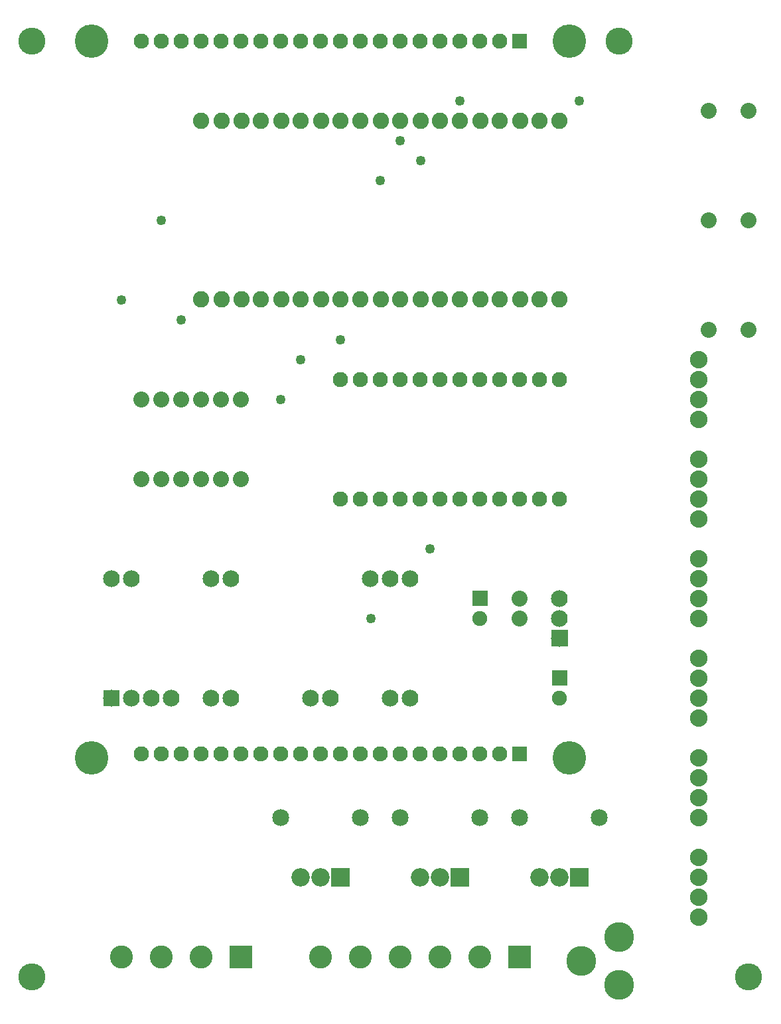
<source format=gts>
G04 MADE WITH FRITZING*
G04 WWW.FRITZING.ORG*
G04 DOUBLE SIDED*
G04 HOLES PLATED*
G04 CONTOUR ON CENTER OF CONTOUR VECTOR*
%ASAXBY*%
%FSLAX23Y23*%
%MOIN*%
%OFA0B0*%
%SFA1.0B1.0*%
%ADD10C,0.084000*%
%ADD11C,0.076000*%
%ADD12C,0.168110*%
%ADD13C,0.081858*%
%ADD14C,0.150000*%
%ADD15C,0.080000*%
%ADD16C,0.092000*%
%ADD17C,0.085000*%
%ADD18C,0.075000*%
%ADD19C,0.049370*%
%ADD20C,0.135984*%
%ADD21C,0.115354*%
%ADD22C,0.088000*%
%ADD23R,0.084000X0.084000*%
%ADD24R,0.076000X0.076000*%
%ADD25R,0.092000X0.092000*%
%ADD26R,0.115354X0.115354*%
%ADD27R,0.001000X0.001000*%
%LNMASK1*%
G90*
G70*
G54D10*
X1160Y2199D03*
X1060Y1599D03*
X1560Y1599D03*
X1060Y2199D03*
X1660Y1599D03*
X1160Y1599D03*
X1960Y1599D03*
X2060Y1599D03*
X1860Y2199D03*
X1960Y2199D03*
X2060Y2199D03*
X560Y1599D03*
X660Y1599D03*
X760Y1599D03*
X860Y1599D03*
X660Y2199D03*
X560Y2199D03*
X1160Y2199D03*
X1060Y1599D03*
X1560Y1599D03*
X1060Y2199D03*
X1660Y1599D03*
X1160Y1599D03*
X1960Y1599D03*
X2060Y1599D03*
X1860Y2199D03*
X1960Y2199D03*
X2060Y2199D03*
X560Y1599D03*
X660Y1599D03*
X760Y1599D03*
X860Y1599D03*
X660Y2199D03*
X560Y2199D03*
G54D11*
X1110Y4899D03*
X710Y4899D03*
G54D12*
X2860Y1299D03*
G54D11*
X1310Y4899D03*
X910Y4899D03*
G54D12*
X2860Y4899D03*
G54D11*
X1210Y4899D03*
X1010Y4899D03*
X810Y4899D03*
G54D12*
X460Y4899D03*
X460Y1299D03*
G54D11*
X2610Y1319D03*
X2510Y1319D03*
X2410Y1319D03*
X2310Y1319D03*
X2210Y1319D03*
X2110Y1319D03*
X2010Y1319D03*
X1910Y1319D03*
X1810Y1319D03*
X1710Y1319D03*
X1610Y1319D03*
X1510Y1319D03*
X1410Y1319D03*
X1310Y1319D03*
X1210Y1319D03*
X1110Y1319D03*
X1010Y1319D03*
X910Y1319D03*
X810Y1319D03*
X710Y1319D03*
X2610Y4899D03*
X2510Y4899D03*
X2410Y4899D03*
X2310Y4899D03*
X2210Y4899D03*
X2110Y4899D03*
X2010Y4899D03*
X1910Y4899D03*
X1810Y4899D03*
X1710Y4899D03*
X1610Y4899D03*
X1510Y4899D03*
X1410Y4899D03*
G54D13*
X2810Y3600D03*
X2710Y3600D03*
X2611Y3600D03*
X2510Y3600D03*
X2411Y3600D03*
X2310Y3600D03*
X2210Y3600D03*
X2111Y3600D03*
X2010Y3600D03*
X1911Y3600D03*
X1810Y3600D03*
X1710Y3600D03*
X1611Y3600D03*
X1510Y3600D03*
X1411Y3600D03*
X1310Y3600D03*
X1211Y3600D03*
X1111Y3600D03*
X1010Y3600D03*
X1010Y4499D03*
X1111Y4499D03*
X1211Y4499D03*
X1310Y4499D03*
X1411Y4499D03*
X1510Y4499D03*
X1611Y4499D03*
X1710Y4499D03*
X1810Y4499D03*
X1911Y4499D03*
X2010Y4499D03*
X2111Y4499D03*
X2210Y4499D03*
X2310Y4499D03*
X2411Y4499D03*
X2510Y4499D03*
X2611Y4499D03*
X2710Y4499D03*
X2810Y4499D03*
X2810Y3600D03*
X2710Y3600D03*
X2611Y3600D03*
X2510Y3600D03*
X2411Y3600D03*
X2310Y3600D03*
X2210Y3600D03*
X2111Y3600D03*
X2010Y3600D03*
X1911Y3600D03*
X1810Y3600D03*
X1710Y3600D03*
X1611Y3600D03*
X1510Y3600D03*
X1411Y3600D03*
X1310Y3600D03*
X1211Y3600D03*
X1111Y3600D03*
X1010Y3600D03*
X1010Y4499D03*
X1111Y4499D03*
X1211Y4499D03*
X1310Y4499D03*
X1411Y4499D03*
X1510Y4499D03*
X1611Y4499D03*
X1710Y4499D03*
X1810Y4499D03*
X1911Y4499D03*
X2010Y4499D03*
X2111Y4499D03*
X2210Y4499D03*
X2310Y4499D03*
X2411Y4499D03*
X2510Y4499D03*
X2611Y4499D03*
X2710Y4499D03*
X2810Y4499D03*
G54D14*
X3110Y399D03*
X3110Y159D03*
X2920Y279D03*
X3110Y399D03*
X3110Y159D03*
X2920Y279D03*
G54D15*
X1110Y3099D03*
X1010Y3099D03*
X910Y3099D03*
X810Y3099D03*
X710Y3099D03*
X1210Y2699D03*
X1110Y2699D03*
X1010Y2699D03*
X910Y2699D03*
X810Y2699D03*
X710Y2699D03*
X1210Y3099D03*
X1110Y3099D03*
X1010Y3099D03*
X910Y3099D03*
X810Y3099D03*
X710Y3099D03*
X1210Y2699D03*
X1110Y2699D03*
X1010Y2699D03*
X910Y2699D03*
X810Y2699D03*
X710Y2699D03*
X1210Y3099D03*
G54D11*
X1710Y3199D03*
X1810Y3199D03*
X1910Y3199D03*
X2010Y3199D03*
X2110Y3199D03*
X2210Y3199D03*
X2310Y3199D03*
X2410Y3199D03*
X2510Y3199D03*
X2610Y3199D03*
X2710Y3199D03*
X2810Y3199D03*
X2810Y2599D03*
X2710Y2599D03*
X2610Y2599D03*
X2510Y2599D03*
X2410Y2599D03*
X2310Y2599D03*
X2210Y2599D03*
X2110Y2599D03*
X2010Y2599D03*
X1910Y2599D03*
X1810Y2599D03*
X1710Y2599D03*
X1710Y3199D03*
X1810Y3199D03*
X1910Y3199D03*
X2010Y3199D03*
X2110Y3199D03*
X2210Y3199D03*
X2310Y3199D03*
X2410Y3199D03*
X2510Y3199D03*
X2610Y3199D03*
X2710Y3199D03*
X2810Y3199D03*
X2810Y2599D03*
X2710Y2599D03*
X2610Y2599D03*
X2510Y2599D03*
X2410Y2599D03*
X2310Y2599D03*
X2210Y2599D03*
X2110Y2599D03*
X2010Y2599D03*
X1910Y2599D03*
X1810Y2599D03*
X1710Y2599D03*
G54D16*
X2310Y699D03*
X2210Y699D03*
X2110Y699D03*
X2310Y699D03*
X2210Y699D03*
X2110Y699D03*
X1710Y699D03*
X1610Y699D03*
X1510Y699D03*
X1710Y699D03*
X1610Y699D03*
X1510Y699D03*
X2910Y699D03*
X2810Y699D03*
X2710Y699D03*
X2910Y699D03*
X2810Y699D03*
X2710Y699D03*
G54D17*
X3010Y999D03*
X2610Y999D03*
X3010Y999D03*
X2610Y999D03*
X2410Y999D03*
X2010Y999D03*
X2410Y999D03*
X2010Y999D03*
X1810Y999D03*
X1410Y999D03*
X1810Y999D03*
X1410Y999D03*
G54D10*
X2810Y1899D03*
X2810Y1999D03*
X2810Y2099D03*
X2810Y1899D03*
X2810Y1999D03*
X2810Y2099D03*
X2810Y1899D03*
X2810Y1999D03*
X2810Y2099D03*
G54D18*
X2810Y1699D03*
X2810Y1599D03*
X2810Y1699D03*
X2810Y1599D03*
X2810Y1699D03*
X2810Y1599D03*
X2410Y1999D03*
X2410Y2099D03*
X2410Y1999D03*
X2410Y2099D03*
X2410Y1999D03*
X2410Y2099D03*
G54D15*
X2610Y1999D03*
X2610Y2099D03*
X2610Y1999D03*
X2610Y2099D03*
X3760Y3449D03*
X3560Y3449D03*
X3760Y3449D03*
X3560Y3449D03*
X3760Y3999D03*
X3560Y3999D03*
X3760Y3999D03*
X3560Y3999D03*
X3760Y4549D03*
X3560Y4549D03*
X3760Y4549D03*
X3560Y4549D03*
G54D19*
X2310Y4599D03*
X1910Y4199D03*
X2010Y4399D03*
X2111Y4299D03*
X1510Y3299D03*
X2160Y2349D03*
X810Y3999D03*
X610Y3599D03*
X1710Y3399D03*
X2910Y4599D03*
X910Y3499D03*
G54D20*
X160Y4899D03*
X3760Y199D03*
X160Y199D03*
X460Y1299D03*
X2860Y1299D03*
X3110Y4899D03*
X460Y4899D03*
X2860Y4899D03*
G54D19*
X1410Y3099D03*
X1861Y1998D03*
G54D21*
X2610Y299D03*
X2410Y299D03*
X2210Y299D03*
X2010Y299D03*
X1810Y299D03*
X1610Y299D03*
X2610Y299D03*
X2410Y299D03*
X2210Y299D03*
X2010Y299D03*
X1810Y299D03*
X1610Y299D03*
X1210Y299D03*
X1010Y299D03*
X810Y299D03*
X610Y299D03*
X1210Y299D03*
X1010Y299D03*
X810Y299D03*
X610Y299D03*
G54D22*
X3510Y499D03*
X3510Y599D03*
X3510Y699D03*
X3510Y799D03*
X3510Y499D03*
X3510Y599D03*
X3510Y699D03*
X3510Y799D03*
X3510Y999D03*
X3510Y1099D03*
X3510Y1199D03*
X3510Y1299D03*
X3510Y999D03*
X3510Y1099D03*
X3510Y1199D03*
X3510Y1299D03*
X3510Y1499D03*
X3510Y1599D03*
X3510Y1699D03*
X3510Y1799D03*
X3510Y1499D03*
X3510Y1599D03*
X3510Y1699D03*
X3510Y1799D03*
X3510Y1999D03*
X3510Y2099D03*
X3510Y2199D03*
X3510Y2299D03*
X3510Y1999D03*
X3510Y2099D03*
X3510Y2199D03*
X3510Y2299D03*
X3510Y2499D03*
X3510Y2599D03*
X3510Y2699D03*
X3510Y2799D03*
X3510Y2499D03*
X3510Y2599D03*
X3510Y2699D03*
X3510Y2799D03*
X3510Y2999D03*
X3510Y3099D03*
X3510Y3199D03*
X3510Y3299D03*
X3510Y2999D03*
X3510Y3099D03*
X3510Y3199D03*
X3510Y3299D03*
G54D23*
X560Y1599D03*
X560Y1599D03*
G54D24*
X2610Y1319D03*
X2610Y4899D03*
G54D25*
X2310Y699D03*
X2310Y699D03*
X1710Y699D03*
X1710Y699D03*
X2910Y699D03*
X2910Y699D03*
G54D26*
X2610Y299D03*
X2610Y299D03*
X1210Y299D03*
X1210Y299D03*
G54D27*
X2373Y2137D02*
X2447Y2137D01*
X2373Y2136D02*
X2447Y2136D01*
X2373Y2135D02*
X2447Y2135D01*
X2373Y2134D02*
X2447Y2134D01*
X2373Y2133D02*
X2447Y2133D01*
X2373Y2132D02*
X2447Y2132D01*
X2373Y2131D02*
X2447Y2131D01*
X2373Y2130D02*
X2447Y2130D01*
X2373Y2129D02*
X2447Y2129D01*
X2373Y2128D02*
X2447Y2128D01*
X2373Y2127D02*
X2447Y2127D01*
X2373Y2126D02*
X2447Y2126D01*
X2373Y2125D02*
X2447Y2125D01*
X2373Y2124D02*
X2447Y2124D01*
X2373Y2123D02*
X2447Y2123D01*
X2373Y2122D02*
X2447Y2122D01*
X2373Y2121D02*
X2447Y2121D01*
X2373Y2120D02*
X2447Y2120D01*
X2373Y2119D02*
X2447Y2119D01*
X2373Y2118D02*
X2447Y2118D01*
X2373Y2117D02*
X2447Y2117D01*
X2373Y2116D02*
X2447Y2116D01*
X2373Y2115D02*
X2447Y2115D01*
X2373Y2114D02*
X2447Y2114D01*
X2373Y2113D02*
X2447Y2113D01*
X2373Y2112D02*
X2447Y2112D01*
X2373Y2111D02*
X2447Y2111D01*
X2373Y2110D02*
X2447Y2110D01*
X2373Y2109D02*
X2447Y2109D01*
X2373Y2108D02*
X2407Y2108D01*
X2413Y2108D02*
X2447Y2108D01*
X2373Y2107D02*
X2404Y2107D01*
X2415Y2107D02*
X2447Y2107D01*
X2373Y2106D02*
X2403Y2106D01*
X2417Y2106D02*
X2447Y2106D01*
X2373Y2105D02*
X2403Y2105D01*
X2417Y2105D02*
X2447Y2105D01*
X2373Y2104D02*
X2402Y2104D01*
X2418Y2104D02*
X2447Y2104D01*
X2373Y2103D02*
X2401Y2103D01*
X2419Y2103D02*
X2447Y2103D01*
X2373Y2102D02*
X2401Y2102D01*
X2419Y2102D02*
X2447Y2102D01*
X2373Y2101D02*
X2401Y2101D01*
X2419Y2101D02*
X2447Y2101D01*
X2373Y2100D02*
X2401Y2100D01*
X2419Y2100D02*
X2447Y2100D01*
X2373Y2099D02*
X2401Y2099D01*
X2419Y2099D02*
X2447Y2099D01*
X2373Y2098D02*
X2401Y2098D01*
X2419Y2098D02*
X2447Y2098D01*
X2373Y2097D02*
X2401Y2097D01*
X2419Y2097D02*
X2447Y2097D01*
X2373Y2096D02*
X2401Y2096D01*
X2418Y2096D02*
X2447Y2096D01*
X2373Y2095D02*
X2402Y2095D01*
X2418Y2095D02*
X2447Y2095D01*
X2373Y2094D02*
X2403Y2094D01*
X2417Y2094D02*
X2447Y2094D01*
X2373Y2093D02*
X2404Y2093D01*
X2416Y2093D02*
X2447Y2093D01*
X2373Y2092D02*
X2405Y2092D01*
X2415Y2092D02*
X2447Y2092D01*
X2373Y2091D02*
X2408Y2091D01*
X2412Y2091D02*
X2447Y2091D01*
X2373Y2090D02*
X2447Y2090D01*
X2373Y2089D02*
X2447Y2089D01*
X2373Y2088D02*
X2447Y2088D01*
X2373Y2087D02*
X2447Y2087D01*
X2373Y2086D02*
X2447Y2086D01*
X2373Y2085D02*
X2447Y2085D01*
X2373Y2084D02*
X2447Y2084D01*
X2373Y2083D02*
X2447Y2083D01*
X2373Y2082D02*
X2447Y2082D01*
X2373Y2081D02*
X2447Y2081D01*
X2373Y2080D02*
X2447Y2080D01*
X2373Y2079D02*
X2447Y2079D01*
X2373Y2078D02*
X2447Y2078D01*
X2373Y2077D02*
X2447Y2077D01*
X2373Y2076D02*
X2447Y2076D01*
X2373Y2075D02*
X2447Y2075D01*
X2373Y2074D02*
X2447Y2074D01*
X2373Y2073D02*
X2447Y2073D01*
X2373Y2072D02*
X2447Y2072D01*
X2373Y2071D02*
X2447Y2071D01*
X2373Y2070D02*
X2447Y2070D01*
X2373Y2069D02*
X2447Y2069D01*
X2373Y2068D02*
X2447Y2068D01*
X2373Y2067D02*
X2447Y2067D01*
X2373Y2066D02*
X2447Y2066D01*
X2373Y2065D02*
X2447Y2065D01*
X2373Y2064D02*
X2447Y2064D01*
X2373Y2063D02*
X2447Y2063D01*
X2768Y1941D02*
X2851Y1941D01*
X2768Y1940D02*
X2851Y1940D01*
X2768Y1939D02*
X2851Y1939D01*
X2768Y1938D02*
X2851Y1938D01*
X2768Y1937D02*
X2851Y1937D01*
X2768Y1936D02*
X2851Y1936D01*
X2768Y1935D02*
X2851Y1935D01*
X2768Y1934D02*
X2851Y1934D01*
X2768Y1933D02*
X2851Y1933D01*
X2768Y1932D02*
X2851Y1932D01*
X2768Y1931D02*
X2851Y1931D01*
X2768Y1930D02*
X2851Y1930D01*
X2768Y1929D02*
X2851Y1929D01*
X2768Y1928D02*
X2851Y1928D01*
X2768Y1927D02*
X2851Y1927D01*
X2768Y1926D02*
X2851Y1926D01*
X2768Y1925D02*
X2851Y1925D01*
X2768Y1924D02*
X2851Y1924D01*
X2768Y1923D02*
X2851Y1923D01*
X2768Y1922D02*
X2851Y1922D01*
X2768Y1921D02*
X2851Y1921D01*
X2768Y1920D02*
X2851Y1920D01*
X2768Y1919D02*
X2851Y1919D01*
X2768Y1918D02*
X2851Y1918D01*
X2768Y1917D02*
X2851Y1917D01*
X2768Y1916D02*
X2851Y1916D01*
X2768Y1915D02*
X2851Y1915D01*
X2768Y1914D02*
X2806Y1914D01*
X2813Y1914D02*
X2851Y1914D01*
X2768Y1913D02*
X2803Y1913D01*
X2817Y1913D02*
X2851Y1913D01*
X2768Y1912D02*
X2802Y1912D01*
X2818Y1912D02*
X2851Y1912D01*
X2768Y1911D02*
X2800Y1911D01*
X2820Y1911D02*
X2851Y1911D01*
X2768Y1910D02*
X2799Y1910D01*
X2821Y1910D02*
X2851Y1910D01*
X2768Y1909D02*
X2798Y1909D01*
X2822Y1909D02*
X2851Y1909D01*
X2768Y1908D02*
X2797Y1908D01*
X2823Y1908D02*
X2851Y1908D01*
X2768Y1907D02*
X2797Y1907D01*
X2823Y1907D02*
X2851Y1907D01*
X2768Y1906D02*
X2796Y1906D01*
X2824Y1906D02*
X2851Y1906D01*
X2768Y1905D02*
X2796Y1905D01*
X2824Y1905D02*
X2851Y1905D01*
X2768Y1904D02*
X2795Y1904D01*
X2824Y1904D02*
X2851Y1904D01*
X2768Y1903D02*
X2795Y1903D01*
X2825Y1903D02*
X2851Y1903D01*
X2768Y1902D02*
X2795Y1902D01*
X2825Y1902D02*
X2851Y1902D01*
X2768Y1901D02*
X2795Y1901D01*
X2825Y1901D02*
X2851Y1901D01*
X2768Y1900D02*
X2795Y1900D01*
X2825Y1900D02*
X2851Y1900D01*
X2768Y1899D02*
X2795Y1899D01*
X2825Y1899D02*
X2851Y1899D01*
X2768Y1898D02*
X2795Y1898D01*
X2825Y1898D02*
X2851Y1898D01*
X2768Y1897D02*
X2795Y1897D01*
X2825Y1897D02*
X2851Y1897D01*
X2768Y1896D02*
X2795Y1896D01*
X2825Y1896D02*
X2851Y1896D01*
X2768Y1895D02*
X2795Y1895D01*
X2824Y1895D02*
X2851Y1895D01*
X2768Y1894D02*
X2796Y1894D01*
X2824Y1894D02*
X2851Y1894D01*
X2768Y1893D02*
X2796Y1893D01*
X2824Y1893D02*
X2851Y1893D01*
X2768Y1892D02*
X2797Y1892D01*
X2823Y1892D02*
X2851Y1892D01*
X2768Y1891D02*
X2798Y1891D01*
X2822Y1891D02*
X2851Y1891D01*
X2768Y1890D02*
X2798Y1890D01*
X2821Y1890D02*
X2851Y1890D01*
X2768Y1889D02*
X2799Y1889D01*
X2821Y1889D02*
X2851Y1889D01*
X2768Y1888D02*
X2800Y1888D01*
X2819Y1888D02*
X2851Y1888D01*
X2768Y1887D02*
X2802Y1887D01*
X2818Y1887D02*
X2851Y1887D01*
X2768Y1886D02*
X2804Y1886D01*
X2816Y1886D02*
X2851Y1886D01*
X2768Y1885D02*
X2809Y1885D01*
X2811Y1885D02*
X2851Y1885D01*
X2768Y1884D02*
X2851Y1884D01*
X2768Y1883D02*
X2851Y1883D01*
X2768Y1882D02*
X2851Y1882D01*
X2768Y1881D02*
X2851Y1881D01*
X2768Y1880D02*
X2851Y1880D01*
X2768Y1879D02*
X2851Y1879D01*
X2768Y1878D02*
X2851Y1878D01*
X2768Y1877D02*
X2851Y1877D01*
X2768Y1876D02*
X2851Y1876D01*
X2768Y1875D02*
X2851Y1875D01*
X2768Y1874D02*
X2851Y1874D01*
X2768Y1873D02*
X2851Y1873D01*
X2768Y1872D02*
X2851Y1872D01*
X2768Y1871D02*
X2851Y1871D01*
X2768Y1870D02*
X2851Y1870D01*
X2768Y1869D02*
X2851Y1869D01*
X2768Y1868D02*
X2851Y1868D01*
X2768Y1867D02*
X2851Y1867D01*
X2768Y1866D02*
X2851Y1866D01*
X2768Y1865D02*
X2851Y1865D01*
X2768Y1864D02*
X2851Y1864D01*
X2768Y1863D02*
X2851Y1863D01*
X2768Y1862D02*
X2851Y1862D01*
X2768Y1861D02*
X2851Y1861D01*
X2768Y1860D02*
X2851Y1860D01*
X2768Y1859D02*
X2851Y1859D01*
X2768Y1858D02*
X2851Y1858D01*
X2773Y1737D02*
X2847Y1737D01*
X2773Y1736D02*
X2847Y1736D01*
X2773Y1735D02*
X2847Y1735D01*
X2773Y1734D02*
X2847Y1734D01*
X2773Y1733D02*
X2847Y1733D01*
X2773Y1732D02*
X2847Y1732D01*
X2773Y1731D02*
X2847Y1731D01*
X2773Y1730D02*
X2847Y1730D01*
X2773Y1729D02*
X2847Y1729D01*
X2773Y1728D02*
X2847Y1728D01*
X2773Y1727D02*
X2847Y1727D01*
X2773Y1726D02*
X2847Y1726D01*
X2773Y1725D02*
X2847Y1725D01*
X2773Y1724D02*
X2847Y1724D01*
X2773Y1723D02*
X2847Y1723D01*
X2773Y1722D02*
X2847Y1722D01*
X2773Y1721D02*
X2847Y1721D01*
X2773Y1720D02*
X2847Y1720D01*
X2773Y1719D02*
X2847Y1719D01*
X2773Y1718D02*
X2847Y1718D01*
X2773Y1717D02*
X2847Y1717D01*
X2773Y1716D02*
X2847Y1716D01*
X2773Y1715D02*
X2847Y1715D01*
X2773Y1714D02*
X2847Y1714D01*
X2773Y1713D02*
X2847Y1713D01*
X2773Y1712D02*
X2847Y1712D01*
X2773Y1711D02*
X2847Y1711D01*
X2773Y1710D02*
X2847Y1710D01*
X2773Y1709D02*
X2847Y1709D01*
X2773Y1708D02*
X2807Y1708D01*
X2813Y1708D02*
X2847Y1708D01*
X2773Y1707D02*
X2805Y1707D01*
X2815Y1707D02*
X2847Y1707D01*
X2773Y1706D02*
X2803Y1706D01*
X2816Y1706D02*
X2847Y1706D01*
X2773Y1705D02*
X2803Y1705D01*
X2817Y1705D02*
X2847Y1705D01*
X2773Y1704D02*
X2802Y1704D01*
X2818Y1704D02*
X2847Y1704D01*
X2773Y1703D02*
X2801Y1703D01*
X2819Y1703D02*
X2847Y1703D01*
X2773Y1702D02*
X2801Y1702D01*
X2819Y1702D02*
X2847Y1702D01*
X2773Y1701D02*
X2801Y1701D01*
X2819Y1701D02*
X2847Y1701D01*
X2773Y1700D02*
X2801Y1700D01*
X2819Y1700D02*
X2847Y1700D01*
X2773Y1699D02*
X2801Y1699D01*
X2819Y1699D02*
X2847Y1699D01*
X2773Y1698D02*
X2801Y1698D01*
X2819Y1698D02*
X2847Y1698D01*
X2773Y1697D02*
X2801Y1697D01*
X2819Y1697D02*
X2847Y1697D01*
X2773Y1696D02*
X2801Y1696D01*
X2819Y1696D02*
X2847Y1696D01*
X2773Y1695D02*
X2802Y1695D01*
X2818Y1695D02*
X2847Y1695D01*
X2773Y1694D02*
X2803Y1694D01*
X2817Y1694D02*
X2847Y1694D01*
X2773Y1693D02*
X2804Y1693D01*
X2816Y1693D02*
X2847Y1693D01*
X2773Y1692D02*
X2805Y1692D01*
X2815Y1692D02*
X2847Y1692D01*
X2773Y1691D02*
X2808Y1691D01*
X2812Y1691D02*
X2847Y1691D01*
X2773Y1690D02*
X2847Y1690D01*
X2773Y1689D02*
X2847Y1689D01*
X2773Y1688D02*
X2847Y1688D01*
X2773Y1687D02*
X2847Y1687D01*
X2773Y1686D02*
X2847Y1686D01*
X2773Y1685D02*
X2847Y1685D01*
X2773Y1684D02*
X2847Y1684D01*
X2773Y1683D02*
X2847Y1683D01*
X2773Y1682D02*
X2847Y1682D01*
X2773Y1681D02*
X2847Y1681D01*
X2773Y1680D02*
X2847Y1680D01*
X2773Y1679D02*
X2847Y1679D01*
X2773Y1678D02*
X2847Y1678D01*
X2773Y1677D02*
X2847Y1677D01*
X2773Y1676D02*
X2847Y1676D01*
X2773Y1675D02*
X2847Y1675D01*
X2773Y1674D02*
X2847Y1674D01*
X2773Y1673D02*
X2847Y1673D01*
X2773Y1672D02*
X2847Y1672D01*
X2773Y1671D02*
X2847Y1671D01*
X2773Y1670D02*
X2847Y1670D01*
X2773Y1669D02*
X2847Y1669D01*
X2773Y1668D02*
X2847Y1668D01*
X2773Y1667D02*
X2847Y1667D01*
X2773Y1666D02*
X2847Y1666D01*
X2773Y1665D02*
X2847Y1665D01*
X2773Y1664D02*
X2847Y1664D01*
X2773Y1663D02*
X2847Y1663D01*
D02*
G04 End of Mask1*
M02*
</source>
